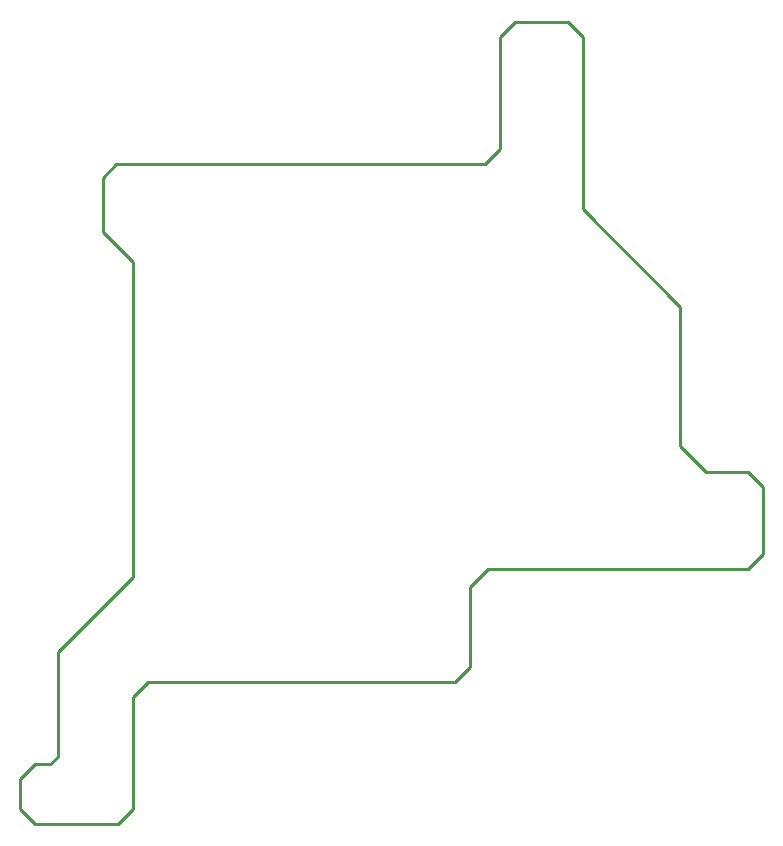
<source format=gbp>
G75*
%MOIN*%
%OFA0B0*%
%FSLAX24Y24*%
%IPPOS*%
%LPD*%
%AMOC8*
5,1,8,0,0,1.08239X$1,22.5*
%
%ADD10C,0.0100*%
D10*
X000150Y000650D02*
X000150Y001650D01*
X000650Y002150D01*
X001150Y002150D01*
X001400Y002400D01*
X001400Y005900D01*
X003900Y008400D01*
X003900Y018900D01*
X002900Y019900D01*
X002900Y021700D01*
X003350Y022150D01*
X015650Y022150D01*
X016150Y022650D01*
X016150Y026400D01*
X016650Y026900D01*
X018400Y026900D01*
X018900Y026400D01*
X018900Y020650D01*
X022150Y017400D01*
X022150Y012750D01*
X023000Y011900D01*
X024400Y011900D01*
X024900Y011400D01*
X024900Y009150D01*
X024400Y008650D01*
X015750Y008650D01*
X015150Y008050D01*
X015150Y005400D01*
X014650Y004900D01*
X004400Y004900D01*
X003900Y004400D01*
X003900Y000650D01*
X003400Y000150D01*
X000650Y000150D01*
X000150Y000650D01*
M02*

</source>
